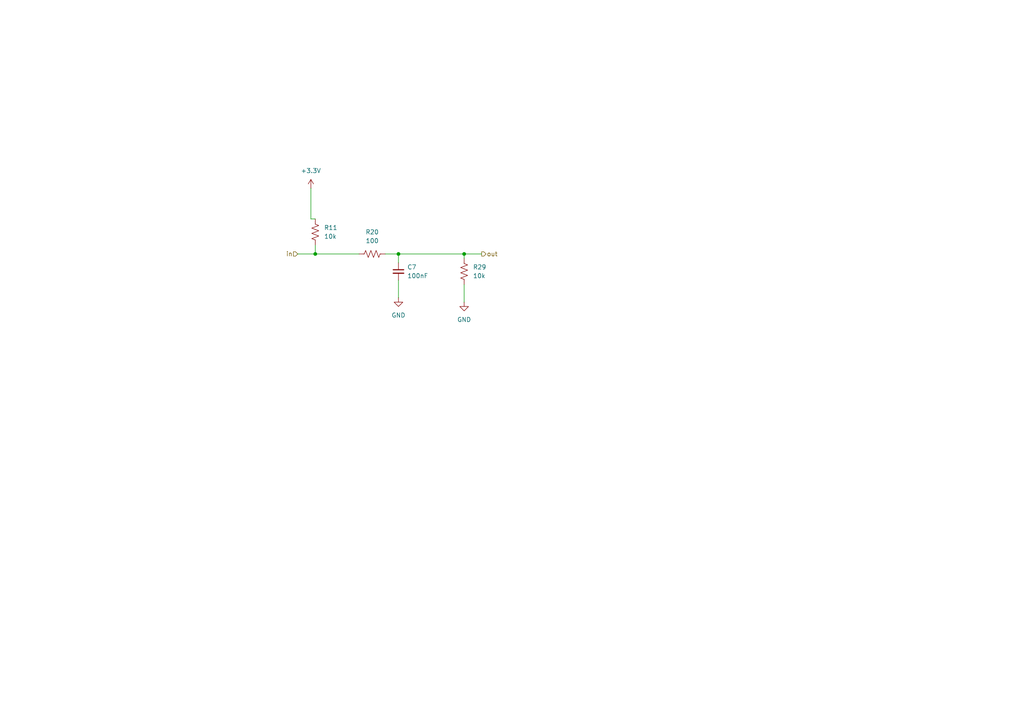
<source format=kicad_sch>
(kicad_sch
	(version 20250114)
	(generator "eeschema")
	(generator_version "9.0")
	(uuid "5e2be8a8-e529-4794-b912-4bdb10e01c3b")
	(paper "A4")
	(lib_symbols
		(symbol "Device:C_Small"
			(pin_numbers
				(hide yes)
			)
			(pin_names
				(offset 0.254)
				(hide yes)
			)
			(exclude_from_sim no)
			(in_bom yes)
			(on_board yes)
			(property "Reference" "C"
				(at 0.254 1.778 0)
				(effects
					(font
						(size 1.27 1.27)
					)
					(justify left)
				)
			)
			(property "Value" "C_Small"
				(at 0.254 -2.032 0)
				(effects
					(font
						(size 1.27 1.27)
					)
					(justify left)
				)
			)
			(property "Footprint" ""
				(at 0 0 0)
				(effects
					(font
						(size 1.27 1.27)
					)
					(hide yes)
				)
			)
			(property "Datasheet" "~"
				(at 0 0 0)
				(effects
					(font
						(size 1.27 1.27)
					)
					(hide yes)
				)
			)
			(property "Description" "Unpolarized capacitor, small symbol"
				(at 0 0 0)
				(effects
					(font
						(size 1.27 1.27)
					)
					(hide yes)
				)
			)
			(property "ki_keywords" "capacitor cap"
				(at 0 0 0)
				(effects
					(font
						(size 1.27 1.27)
					)
					(hide yes)
				)
			)
			(property "ki_fp_filters" "C_*"
				(at 0 0 0)
				(effects
					(font
						(size 1.27 1.27)
					)
					(hide yes)
				)
			)
			(symbol "C_Small_0_1"
				(polyline
					(pts
						(xy -1.524 0.508) (xy 1.524 0.508)
					)
					(stroke
						(width 0.3048)
						(type default)
					)
					(fill
						(type none)
					)
				)
				(polyline
					(pts
						(xy -1.524 -0.508) (xy 1.524 -0.508)
					)
					(stroke
						(width 0.3302)
						(type default)
					)
					(fill
						(type none)
					)
				)
			)
			(symbol "C_Small_1_1"
				(pin passive line
					(at 0 2.54 270)
					(length 2.032)
					(name "~"
						(effects
							(font
								(size 1.27 1.27)
							)
						)
					)
					(number "1"
						(effects
							(font
								(size 1.27 1.27)
							)
						)
					)
				)
				(pin passive line
					(at 0 -2.54 90)
					(length 2.032)
					(name "~"
						(effects
							(font
								(size 1.27 1.27)
							)
						)
					)
					(number "2"
						(effects
							(font
								(size 1.27 1.27)
							)
						)
					)
				)
			)
			(embedded_fonts no)
		)
		(symbol "Device:R_US"
			(pin_numbers
				(hide yes)
			)
			(pin_names
				(offset 0)
			)
			(exclude_from_sim no)
			(in_bom yes)
			(on_board yes)
			(property "Reference" "R"
				(at 2.54 0 90)
				(effects
					(font
						(size 1.27 1.27)
					)
				)
			)
			(property "Value" "R_US"
				(at -2.54 0 90)
				(effects
					(font
						(size 1.27 1.27)
					)
				)
			)
			(property "Footprint" ""
				(at 1.016 -0.254 90)
				(effects
					(font
						(size 1.27 1.27)
					)
					(hide yes)
				)
			)
			(property "Datasheet" "~"
				(at 0 0 0)
				(effects
					(font
						(size 1.27 1.27)
					)
					(hide yes)
				)
			)
			(property "Description" "Resistor, US symbol"
				(at 0 0 0)
				(effects
					(font
						(size 1.27 1.27)
					)
					(hide yes)
				)
			)
			(property "ki_keywords" "R res resistor"
				(at 0 0 0)
				(effects
					(font
						(size 1.27 1.27)
					)
					(hide yes)
				)
			)
			(property "ki_fp_filters" "R_*"
				(at 0 0 0)
				(effects
					(font
						(size 1.27 1.27)
					)
					(hide yes)
				)
			)
			(symbol "R_US_0_1"
				(polyline
					(pts
						(xy 0 2.286) (xy 0 2.54)
					)
					(stroke
						(width 0)
						(type default)
					)
					(fill
						(type none)
					)
				)
				(polyline
					(pts
						(xy 0 2.286) (xy 1.016 1.905) (xy 0 1.524) (xy -1.016 1.143) (xy 0 0.762)
					)
					(stroke
						(width 0)
						(type default)
					)
					(fill
						(type none)
					)
				)
				(polyline
					(pts
						(xy 0 0.762) (xy 1.016 0.381) (xy 0 0) (xy -1.016 -0.381) (xy 0 -0.762)
					)
					(stroke
						(width 0)
						(type default)
					)
					(fill
						(type none)
					)
				)
				(polyline
					(pts
						(xy 0 -0.762) (xy 1.016 -1.143) (xy 0 -1.524) (xy -1.016 -1.905) (xy 0 -2.286)
					)
					(stroke
						(width 0)
						(type default)
					)
					(fill
						(type none)
					)
				)
				(polyline
					(pts
						(xy 0 -2.286) (xy 0 -2.54)
					)
					(stroke
						(width 0)
						(type default)
					)
					(fill
						(type none)
					)
				)
			)
			(symbol "R_US_1_1"
				(pin passive line
					(at 0 3.81 270)
					(length 1.27)
					(name "~"
						(effects
							(font
								(size 1.27 1.27)
							)
						)
					)
					(number "1"
						(effects
							(font
								(size 1.27 1.27)
							)
						)
					)
				)
				(pin passive line
					(at 0 -3.81 90)
					(length 1.27)
					(name "~"
						(effects
							(font
								(size 1.27 1.27)
							)
						)
					)
					(number "2"
						(effects
							(font
								(size 1.27 1.27)
							)
						)
					)
				)
			)
			(embedded_fonts no)
		)
		(symbol "power:+3.3V"
			(power)
			(pin_numbers
				(hide yes)
			)
			(pin_names
				(offset 0)
				(hide yes)
			)
			(exclude_from_sim no)
			(in_bom yes)
			(on_board yes)
			(property "Reference" "#PWR"
				(at 0 -3.81 0)
				(effects
					(font
						(size 1.27 1.27)
					)
					(hide yes)
				)
			)
			(property "Value" "+3.3V"
				(at 0 3.556 0)
				(effects
					(font
						(size 1.27 1.27)
					)
				)
			)
			(property "Footprint" ""
				(at 0 0 0)
				(effects
					(font
						(size 1.27 1.27)
					)
					(hide yes)
				)
			)
			(property "Datasheet" ""
				(at 0 0 0)
				(effects
					(font
						(size 1.27 1.27)
					)
					(hide yes)
				)
			)
			(property "Description" "Power symbol creates a global label with name \"+3.3V\""
				(at 0 0 0)
				(effects
					(font
						(size 1.27 1.27)
					)
					(hide yes)
				)
			)
			(property "ki_keywords" "global power"
				(at 0 0 0)
				(effects
					(font
						(size 1.27 1.27)
					)
					(hide yes)
				)
			)
			(symbol "+3.3V_0_1"
				(polyline
					(pts
						(xy -0.762 1.27) (xy 0 2.54)
					)
					(stroke
						(width 0)
						(type default)
					)
					(fill
						(type none)
					)
				)
				(polyline
					(pts
						(xy 0 2.54) (xy 0.762 1.27)
					)
					(stroke
						(width 0)
						(type default)
					)
					(fill
						(type none)
					)
				)
				(polyline
					(pts
						(xy 0 0) (xy 0 2.54)
					)
					(stroke
						(width 0)
						(type default)
					)
					(fill
						(type none)
					)
				)
			)
			(symbol "+3.3V_1_1"
				(pin power_in line
					(at 0 0 90)
					(length 0)
					(name "~"
						(effects
							(font
								(size 1.27 1.27)
							)
						)
					)
					(number "1"
						(effects
							(font
								(size 1.27 1.27)
							)
						)
					)
				)
			)
			(embedded_fonts no)
		)
		(symbol "power:GND"
			(power)
			(pin_numbers
				(hide yes)
			)
			(pin_names
				(offset 0)
				(hide yes)
			)
			(exclude_from_sim no)
			(in_bom yes)
			(on_board yes)
			(property "Reference" "#PWR"
				(at 0 -6.35 0)
				(effects
					(font
						(size 1.27 1.27)
					)
					(hide yes)
				)
			)
			(property "Value" "GND"
				(at 0 -3.81 0)
				(effects
					(font
						(size 1.27 1.27)
					)
				)
			)
			(property "Footprint" ""
				(at 0 0 0)
				(effects
					(font
						(size 1.27 1.27)
					)
					(hide yes)
				)
			)
			(property "Datasheet" ""
				(at 0 0 0)
				(effects
					(font
						(size 1.27 1.27)
					)
					(hide yes)
				)
			)
			(property "Description" "Power symbol creates a global label with name \"GND\" , ground"
				(at 0 0 0)
				(effects
					(font
						(size 1.27 1.27)
					)
					(hide yes)
				)
			)
			(property "ki_keywords" "global power"
				(at 0 0 0)
				(effects
					(font
						(size 1.27 1.27)
					)
					(hide yes)
				)
			)
			(symbol "GND_0_1"
				(polyline
					(pts
						(xy 0 0) (xy 0 -1.27) (xy 1.27 -1.27) (xy 0 -2.54) (xy -1.27 -1.27) (xy 0 -1.27)
					)
					(stroke
						(width 0)
						(type default)
					)
					(fill
						(type none)
					)
				)
			)
			(symbol "GND_1_1"
				(pin power_in line
					(at 0 0 270)
					(length 0)
					(name "~"
						(effects
							(font
								(size 1.27 1.27)
							)
						)
					)
					(number "1"
						(effects
							(font
								(size 1.27 1.27)
							)
						)
					)
				)
			)
			(embedded_fonts no)
		)
	)
	(junction
		(at 91.44 73.66)
		(diameter 0)
		(color 0 0 0 0)
		(uuid "60186e94-b0f8-455a-a929-e331ae869573")
	)
	(junction
		(at 134.62 73.66)
		(diameter 0)
		(color 0 0 0 0)
		(uuid "9d5c54dc-896b-4a34-8caf-ad2a5bad9038")
	)
	(junction
		(at 115.57 73.66)
		(diameter 0)
		(color 0 0 0 0)
		(uuid "f6db8cfe-e996-4635-a0b9-a7bf7ccc93f8")
	)
	(wire
		(pts
			(xy 90.17 63.5) (xy 91.44 63.5)
		)
		(stroke
			(width 0)
			(type default)
		)
		(uuid "327a1765-8a32-4461-a3c6-125e116864f5")
	)
	(wire
		(pts
			(xy 134.62 82.55) (xy 134.62 87.63)
		)
		(stroke
			(width 0)
			(type default)
		)
		(uuid "3df6d581-8e65-425e-ab96-6dd54af23a20")
	)
	(wire
		(pts
			(xy 115.57 73.66) (xy 134.62 73.66)
		)
		(stroke
			(width 0)
			(type default)
		)
		(uuid "3dfce191-2402-4a61-bd34-0d8fbcf525e4")
	)
	(wire
		(pts
			(xy 90.17 54.61) (xy 90.17 63.5)
		)
		(stroke
			(width 0)
			(type default)
		)
		(uuid "4b00ebd8-bcbb-4680-b756-a2cb4c154d21")
	)
	(wire
		(pts
			(xy 115.57 73.66) (xy 111.76 73.66)
		)
		(stroke
			(width 0)
			(type default)
		)
		(uuid "54b3d5ab-5108-4b41-a7e2-b4951c5e5b0a")
	)
	(wire
		(pts
			(xy 134.62 73.66) (xy 139.7 73.66)
		)
		(stroke
			(width 0)
			(type default)
		)
		(uuid "7b3f237d-c824-437a-936a-4c04573f4898")
	)
	(wire
		(pts
			(xy 115.57 76.2) (xy 115.57 73.66)
		)
		(stroke
			(width 0)
			(type default)
		)
		(uuid "8002b9cf-c347-4d82-a1b4-b53600a4d974")
	)
	(wire
		(pts
			(xy 134.62 73.66) (xy 134.62 74.93)
		)
		(stroke
			(width 0)
			(type default)
		)
		(uuid "93d0cdb5-0929-4d00-b170-121e370a4995")
	)
	(wire
		(pts
			(xy 91.44 71.12) (xy 91.44 73.66)
		)
		(stroke
			(width 0)
			(type default)
		)
		(uuid "afe85043-0379-4f4c-91f5-645037bf0b3c")
	)
	(wire
		(pts
			(xy 86.36 73.66) (xy 91.44 73.66)
		)
		(stroke
			(width 0)
			(type default)
		)
		(uuid "b1e4d05e-9d5a-40f5-94b4-ed7842403f74")
	)
	(wire
		(pts
			(xy 91.44 73.66) (xy 104.14 73.66)
		)
		(stroke
			(width 0)
			(type default)
		)
		(uuid "dfd34d80-0119-4d9c-8706-ce4b47477a05")
	)
	(wire
		(pts
			(xy 115.57 81.28) (xy 115.57 86.36)
		)
		(stroke
			(width 0)
			(type default)
		)
		(uuid "eafa4407-1f11-49ed-80dd-26723f79e9bf")
	)
	(hierarchical_label "in"
		(shape input)
		(at 86.36 73.66 180)
		(effects
			(font
				(size 1.27 1.27)
			)
			(justify right)
		)
		(uuid "1ccc5a49-79fa-4ae8-afeb-2514042da52c")
	)
	(hierarchical_label "out"
		(shape output)
		(at 139.7 73.66 0)
		(effects
			(font
				(size 1.27 1.27)
			)
			(justify left)
		)
		(uuid "48755acd-355b-493d-989f-f5c07d9e0a89")
	)
	(symbol
		(lib_id "power:+3.3V")
		(at 90.17 54.61 0)
		(unit 1)
		(exclude_from_sim no)
		(in_bom yes)
		(on_board yes)
		(dnp no)
		(fields_autoplaced yes)
		(uuid "04ab9127-ff73-4699-9476-146854a4ec13")
		(property "Reference" "#PWR020"
			(at 90.17 58.42 0)
			(effects
				(font
					(size 1.27 1.27)
				)
				(hide yes)
			)
		)
		(property "Value" "+3.3V"
			(at 90.17 49.53 0)
			(effects
				(font
					(size 1.27 1.27)
				)
			)
		)
		(property "Footprint" ""
			(at 90.17 54.61 0)
			(effects
				(font
					(size 1.27 1.27)
				)
				(hide yes)
			)
		)
		(property "Datasheet" ""
			(at 90.17 54.61 0)
			(effects
				(font
					(size 1.27 1.27)
				)
				(hide yes)
			)
		)
		(property "Description" "Power symbol creates a global label with name \"+3.3V\""
			(at 90.17 54.61 0)
			(effects
				(font
					(size 1.27 1.27)
				)
				(hide yes)
			)
		)
		(pin "1"
			(uuid "070b47dd-febb-456b-848d-1e6c5d12151c")
		)
		(instances
			(project ""
				(path "/da1145e1-2c07-4dac-8610-a797132a4086/8b49da45-845a-4e7e-a7fe-429c55383e8c/192b6e6b-c257-47fe-88cc-69f949e65f26"
					(reference "#PWR026")
					(unit 1)
				)
				(path "/da1145e1-2c07-4dac-8610-a797132a4086/8b49da45-845a-4e7e-a7fe-429c55383e8c/320fa587-ed47-4e6b-b882-f5ae5c58fd63"
					(reference "#PWR020")
					(unit 1)
				)
				(path "/da1145e1-2c07-4dac-8610-a797132a4086/8b49da45-845a-4e7e-a7fe-429c55383e8c/74f1a635-6235-4f03-aa1b-17aa9f0571f3"
					(reference "#PWR027")
					(unit 1)
				)
				(path "/da1145e1-2c07-4dac-8610-a797132a4086/8b49da45-845a-4e7e-a7fe-429c55383e8c/9c00ea3c-754f-409d-a292-390966fc3a6a"
					(reference "#PWR022")
					(unit 1)
				)
				(path "/da1145e1-2c07-4dac-8610-a797132a4086/8b49da45-845a-4e7e-a7fe-429c55383e8c/a202ef18-82b7-412e-89bd-bc72f47c73c9"
					(reference "#PWR024")
					(unit 1)
				)
				(path "/da1145e1-2c07-4dac-8610-a797132a4086/8b49da45-845a-4e7e-a7fe-429c55383e8c/bcbf2d6a-12b5-4f30-b9e3-2300348c7203"
					(reference "#PWR023")
					(unit 1)
				)
				(path "/da1145e1-2c07-4dac-8610-a797132a4086/8b49da45-845a-4e7e-a7fe-429c55383e8c/e230e262-c06a-49dd-a1f1-f7fb36bb9b6a"
					(reference "#PWR021")
					(unit 1)
				)
				(path "/da1145e1-2c07-4dac-8610-a797132a4086/8b49da45-845a-4e7e-a7fe-429c55383e8c/f8f9fee4-7705-4046-9dd3-e6fc109c2ca6"
					(reference "#PWR025")
					(unit 1)
				)
			)
		)
	)
	(symbol
		(lib_id "Device:C_Small")
		(at 115.57 78.74 0)
		(unit 1)
		(exclude_from_sim no)
		(in_bom yes)
		(on_board yes)
		(dnp no)
		(fields_autoplaced yes)
		(uuid "288a1929-063f-404f-b2c3-f3c6a89f249d")
		(property "Reference" "C1"
			(at 118.11 77.4762 0)
			(effects
				(font
					(size 1.27 1.27)
				)
				(justify left)
			)
		)
		(property "Value" "100nF"
			(at 118.11 80.0162 0)
			(effects
				(font
					(size 1.27 1.27)
				)
				(justify left)
			)
		)
		(property "Footprint" "Capacitor_SMD:C_0201_0603Metric"
			(at 115.57 78.74 0)
			(effects
				(font
					(size 1.27 1.27)
				)
				(hide yes)
			)
		)
		(property "Datasheet" "~"
			(at 115.57 78.74 0)
			(effects
				(font
					(size 1.27 1.27)
				)
				(hide yes)
			)
		)
		(property "Description" "Unpolarized capacitor, small symbol"
			(at 115.57 78.74 0)
			(effects
				(font
					(size 1.27 1.27)
				)
				(hide yes)
			)
		)
		(pin "2"
			(uuid "1dee8f2a-e5fc-4f88-aa32-b9131bd27660")
		)
		(pin "1"
			(uuid "f768023b-3ff8-46ba-9f51-d372c45f255a")
		)
		(instances
			(project ""
				(path "/da1145e1-2c07-4dac-8610-a797132a4086/8b49da45-845a-4e7e-a7fe-429c55383e8c/192b6e6b-c257-47fe-88cc-69f949e65f26"
					(reference "C7")
					(unit 1)
				)
				(path "/da1145e1-2c07-4dac-8610-a797132a4086/8b49da45-845a-4e7e-a7fe-429c55383e8c/320fa587-ed47-4e6b-b882-f5ae5c58fd63"
					(reference "C1")
					(unit 1)
				)
				(path "/da1145e1-2c07-4dac-8610-a797132a4086/8b49da45-845a-4e7e-a7fe-429c55383e8c/74f1a635-6235-4f03-aa1b-17aa9f0571f3"
					(reference "C8")
					(unit 1)
				)
				(path "/da1145e1-2c07-4dac-8610-a797132a4086/8b49da45-845a-4e7e-a7fe-429c55383e8c/9c00ea3c-754f-409d-a292-390966fc3a6a"
					(reference "C3")
					(unit 1)
				)
				(path "/da1145e1-2c07-4dac-8610-a797132a4086/8b49da45-845a-4e7e-a7fe-429c55383e8c/a202ef18-82b7-412e-89bd-bc72f47c73c9"
					(reference "C5")
					(unit 1)
				)
				(path "/da1145e1-2c07-4dac-8610-a797132a4086/8b49da45-845a-4e7e-a7fe-429c55383e8c/bcbf2d6a-12b5-4f30-b9e3-2300348c7203"
					(reference "C4")
					(unit 1)
				)
				(path "/da1145e1-2c07-4dac-8610-a797132a4086/8b49da45-845a-4e7e-a7fe-429c55383e8c/e230e262-c06a-49dd-a1f1-f7fb36bb9b6a"
					(reference "C2")
					(unit 1)
				)
				(path "/da1145e1-2c07-4dac-8610-a797132a4086/8b49da45-845a-4e7e-a7fe-429c55383e8c/f8f9fee4-7705-4046-9dd3-e6fc109c2ca6"
					(reference "C6")
					(unit 1)
				)
			)
		)
	)
	(symbol
		(lib_id "power:GND")
		(at 115.57 86.36 0)
		(unit 1)
		(exclude_from_sim no)
		(in_bom yes)
		(on_board yes)
		(dnp no)
		(fields_autoplaced yes)
		(uuid "2af3d94a-5e46-4b84-a333-acf66946bbb3")
		(property "Reference" "#PWR011"
			(at 115.57 92.71 0)
			(effects
				(font
					(size 1.27 1.27)
				)
				(hide yes)
			)
		)
		(property "Value" "GND"
			(at 115.57 91.44 0)
			(effects
				(font
					(size 1.27 1.27)
				)
			)
		)
		(property "Footprint" ""
			(at 115.57 86.36 0)
			(effects
				(font
					(size 1.27 1.27)
				)
				(hide yes)
			)
		)
		(property "Datasheet" ""
			(at 115.57 86.36 0)
			(effects
				(font
					(size 1.27 1.27)
				)
				(hide yes)
			)
		)
		(property "Description" "Power symbol creates a global label with name \"GND\" , ground"
			(at 115.57 86.36 0)
			(effects
				(font
					(size 1.27 1.27)
				)
				(hide yes)
			)
		)
		(pin "1"
			(uuid "4f73e6cc-4b5b-4f9a-9067-7f6bc952a90c")
		)
		(instances
			(project ""
				(path "/da1145e1-2c07-4dac-8610-a797132a4086/8b49da45-845a-4e7e-a7fe-429c55383e8c/192b6e6b-c257-47fe-88cc-69f949e65f26"
					(reference "#PWR017")
					(unit 1)
				)
				(path "/da1145e1-2c07-4dac-8610-a797132a4086/8b49da45-845a-4e7e-a7fe-429c55383e8c/320fa587-ed47-4e6b-b882-f5ae5c58fd63"
					(reference "#PWR011")
					(unit 1)
				)
				(path "/da1145e1-2c07-4dac-8610-a797132a4086/8b49da45-845a-4e7e-a7fe-429c55383e8c/74f1a635-6235-4f03-aa1b-17aa9f0571f3"
					(reference "#PWR018")
					(unit 1)
				)
				(path "/da1145e1-2c07-4dac-8610-a797132a4086/8b49da45-845a-4e7e-a7fe-429c55383e8c/9c00ea3c-754f-409d-a292-390966fc3a6a"
					(reference "#PWR013")
					(unit 1)
				)
				(path "/da1145e1-2c07-4dac-8610-a797132a4086/8b49da45-845a-4e7e-a7fe-429c55383e8c/a202ef18-82b7-412e-89bd-bc72f47c73c9"
					(reference "#PWR015")
					(unit 1)
				)
				(path "/da1145e1-2c07-4dac-8610-a797132a4086/8b49da45-845a-4e7e-a7fe-429c55383e8c/bcbf2d6a-12b5-4f30-b9e3-2300348c7203"
					(reference "#PWR014")
					(unit 1)
				)
				(path "/da1145e1-2c07-4dac-8610-a797132a4086/8b49da45-845a-4e7e-a7fe-429c55383e8c/e230e262-c06a-49dd-a1f1-f7fb36bb9b6a"
					(reference "#PWR012")
					(unit 1)
				)
				(path "/da1145e1-2c07-4dac-8610-a797132a4086/8b49da45-845a-4e7e-a7fe-429c55383e8c/f8f9fee4-7705-4046-9dd3-e6fc109c2ca6"
					(reference "#PWR016")
					(unit 1)
				)
			)
		)
	)
	(symbol
		(lib_id "Device:R_US")
		(at 107.95 73.66 90)
		(unit 1)
		(exclude_from_sim no)
		(in_bom yes)
		(on_board yes)
		(dnp no)
		(fields_autoplaced yes)
		(uuid "96dc6bb0-93fe-4b32-be11-7554c5e6b96a")
		(property "Reference" "R14"
			(at 107.95 67.31 90)
			(effects
				(font
					(size 1.27 1.27)
				)
			)
		)
		(property "Value" "100"
			(at 107.95 69.85 90)
			(effects
				(font
					(size 1.27 1.27)
				)
			)
		)
		(property "Footprint" "Resistor_SMD:R_0603_1608Metric"
			(at 108.204 72.644 90)
			(effects
				(font
					(size 1.27 1.27)
				)
				(hide yes)
			)
		)
		(property "Datasheet" "~"
			(at 107.95 73.66 0)
			(effects
				(font
					(size 1.27 1.27)
				)
				(hide yes)
			)
		)
		(property "Description" "Resistor, US symbol"
			(at 107.95 73.66 0)
			(effects
				(font
					(size 1.27 1.27)
				)
				(hide yes)
			)
		)
		(pin "1"
			(uuid "e3c14697-1e3a-4e1e-a354-5ac65dda3210")
		)
		(pin "2"
			(uuid "8ba3d06f-b4d3-46d7-8803-bd6fb8d6a9ec")
		)
		(instances
			(project "micro_portonautomatico"
				(path "/da1145e1-2c07-4dac-8610-a797132a4086/8b49da45-845a-4e7e-a7fe-429c55383e8c/192b6e6b-c257-47fe-88cc-69f949e65f26"
					(reference "R20")
					(unit 1)
				)
				(path "/da1145e1-2c07-4dac-8610-a797132a4086/8b49da45-845a-4e7e-a7fe-429c55383e8c/320fa587-ed47-4e6b-b882-f5ae5c58fd63"
					(reference "R14")
					(unit 1)
				)
				(path "/da1145e1-2c07-4dac-8610-a797132a4086/8b49da45-845a-4e7e-a7fe-429c55383e8c/74f1a635-6235-4f03-aa1b-17aa9f0571f3"
					(reference "R21")
					(unit 1)
				)
				(path "/da1145e1-2c07-4dac-8610-a797132a4086/8b49da45-845a-4e7e-a7fe-429c55383e8c/9c00ea3c-754f-409d-a292-390966fc3a6a"
					(reference "R16")
					(unit 1)
				)
				(path "/da1145e1-2c07-4dac-8610-a797132a4086/8b49da45-845a-4e7e-a7fe-429c55383e8c/a202ef18-82b7-412e-89bd-bc72f47c73c9"
					(reference "R18")
					(unit 1)
				)
				(path "/da1145e1-2c07-4dac-8610-a797132a4086/8b49da45-845a-4e7e-a7fe-429c55383e8c/bcbf2d6a-12b5-4f30-b9e3-2300348c7203"
					(reference "R17")
					(unit 1)
				)
				(path "/da1145e1-2c07-4dac-8610-a797132a4086/8b49da45-845a-4e7e-a7fe-429c55383e8c/e230e262-c06a-49dd-a1f1-f7fb36bb9b6a"
					(reference "R15")
					(unit 1)
				)
				(path "/da1145e1-2c07-4dac-8610-a797132a4086/8b49da45-845a-4e7e-a7fe-429c55383e8c/f8f9fee4-7705-4046-9dd3-e6fc109c2ca6"
					(reference "R19")
					(unit 1)
				)
			)
		)
	)
	(symbol
		(lib_id "Device:R_US")
		(at 134.62 78.74 0)
		(unit 1)
		(exclude_from_sim no)
		(in_bom yes)
		(on_board yes)
		(dnp no)
		(fields_autoplaced yes)
		(uuid "9f4eb107-a69d-4d7e-8cfa-1254b3dc5982")
		(property "Reference" "R23"
			(at 137.16 77.4699 0)
			(effects
				(font
					(size 1.27 1.27)
				)
				(justify left)
			)
		)
		(property "Value" "10k"
			(at 137.16 80.0099 0)
			(effects
				(font
					(size 1.27 1.27)
				)
				(justify left)
			)
		)
		(property "Footprint" "Resistor_SMD:R_0201_0603Metric"
			(at 135.636 78.994 90)
			(effects
				(font
					(size 1.27 1.27)
				)
				(hide yes)
			)
		)
		(property "Datasheet" "~"
			(at 134.62 78.74 0)
			(effects
				(font
					(size 1.27 1.27)
				)
				(hide yes)
			)
		)
		(property "Description" "Resistor, US symbol"
			(at 134.62 78.74 0)
			(effects
				(font
					(size 1.27 1.27)
				)
				(hide yes)
			)
		)
		(pin "1"
			(uuid "3b1aed5a-a86a-48f5-82d0-1abf8290a2fa")
		)
		(pin "2"
			(uuid "398d28a0-bbd9-4ec0-9fe3-58b84dae26aa")
		)
		(instances
			(project "micro_portonautomatico"
				(path "/da1145e1-2c07-4dac-8610-a797132a4086/8b49da45-845a-4e7e-a7fe-429c55383e8c/192b6e6b-c257-47fe-88cc-69f949e65f26"
					(reference "R29")
					(unit 1)
				)
				(path "/da1145e1-2c07-4dac-8610-a797132a4086/8b49da45-845a-4e7e-a7fe-429c55383e8c/320fa587-ed47-4e6b-b882-f5ae5c58fd63"
					(reference "R23")
					(unit 1)
				)
				(path "/da1145e1-2c07-4dac-8610-a797132a4086/8b49da45-845a-4e7e-a7fe-429c55383e8c/74f1a635-6235-4f03-aa1b-17aa9f0571f3"
					(reference "R30")
					(unit 1)
				)
				(path "/da1145e1-2c07-4dac-8610-a797132a4086/8b49da45-845a-4e7e-a7fe-429c55383e8c/9c00ea3c-754f-409d-a292-390966fc3a6a"
					(reference "R25")
					(unit 1)
				)
				(path "/da1145e1-2c07-4dac-8610-a797132a4086/8b49da45-845a-4e7e-a7fe-429c55383e8c/a202ef18-82b7-412e-89bd-bc72f47c73c9"
					(reference "R27")
					(unit 1)
				)
				(path "/da1145e1-2c07-4dac-8610-a797132a4086/8b49da45-845a-4e7e-a7fe-429c55383e8c/bcbf2d6a-12b5-4f30-b9e3-2300348c7203"
					(reference "R26")
					(unit 1)
				)
				(path "/da1145e1-2c07-4dac-8610-a797132a4086/8b49da45-845a-4e7e-a7fe-429c55383e8c/e230e262-c06a-49dd-a1f1-f7fb36bb9b6a"
					(reference "R24")
					(unit 1)
				)
				(path "/da1145e1-2c07-4dac-8610-a797132a4086/8b49da45-845a-4e7e-a7fe-429c55383e8c/f8f9fee4-7705-4046-9dd3-e6fc109c2ca6"
					(reference "R28")
					(unit 1)
				)
			)
		)
	)
	(symbol
		(lib_id "Device:R_US")
		(at 91.44 67.31 0)
		(unit 1)
		(exclude_from_sim no)
		(in_bom yes)
		(on_board yes)
		(dnp no)
		(fields_autoplaced yes)
		(uuid "a8ca9f85-8bf6-4c7a-983e-d192bc23afa3")
		(property "Reference" "R5"
			(at 93.98 66.0399 0)
			(effects
				(font
					(size 1.27 1.27)
				)
				(justify left)
			)
		)
		(property "Value" "10k"
			(at 93.98 68.5799 0)
			(effects
				(font
					(size 1.27 1.27)
				)
				(justify left)
			)
		)
		(property "Footprint" "Resistor_SMD:R_0201_0603Metric"
			(at 92.456 67.564 90)
			(effects
				(font
					(size 1.27 1.27)
				)
				(hide yes)
			)
		)
		(property "Datasheet" "~"
			(at 91.44 67.31 0)
			(effects
				(font
					(size 1.27 1.27)
				)
				(hide yes)
			)
		)
		(property "Description" "Resistor, US symbol"
			(at 91.44 67.31 0)
			(effects
				(font
					(size 1.27 1.27)
				)
				(hide yes)
			)
		)
		(pin "1"
			(uuid "ff5967b0-db60-4d4f-bcae-ee59cb0215fb")
		)
		(pin "2"
			(uuid "8e0ca1cc-9b64-495f-a07d-333d28f741e6")
		)
		(instances
			(project ""
				(path "/da1145e1-2c07-4dac-8610-a797132a4086/8b49da45-845a-4e7e-a7fe-429c55383e8c/192b6e6b-c257-47fe-88cc-69f949e65f26"
					(reference "R11")
					(unit 1)
				)
				(path "/da1145e1-2c07-4dac-8610-a797132a4086/8b49da45-845a-4e7e-a7fe-429c55383e8c/320fa587-ed47-4e6b-b882-f5ae5c58fd63"
					(reference "R5")
					(unit 1)
				)
				(path "/da1145e1-2c07-4dac-8610-a797132a4086/8b49da45-845a-4e7e-a7fe-429c55383e8c/74f1a635-6235-4f03-aa1b-17aa9f0571f3"
					(reference "R12")
					(unit 1)
				)
				(path "/da1145e1-2c07-4dac-8610-a797132a4086/8b49da45-845a-4e7e-a7fe-429c55383e8c/9c00ea3c-754f-409d-a292-390966fc3a6a"
					(reference "R7")
					(unit 1)
				)
				(path "/da1145e1-2c07-4dac-8610-a797132a4086/8b49da45-845a-4e7e-a7fe-429c55383e8c/a202ef18-82b7-412e-89bd-bc72f47c73c9"
					(reference "R9")
					(unit 1)
				)
				(path "/da1145e1-2c07-4dac-8610-a797132a4086/8b49da45-845a-4e7e-a7fe-429c55383e8c/bcbf2d6a-12b5-4f30-b9e3-2300348c7203"
					(reference "R8")
					(unit 1)
				)
				(path "/da1145e1-2c07-4dac-8610-a797132a4086/8b49da45-845a-4e7e-a7fe-429c55383e8c/e230e262-c06a-49dd-a1f1-f7fb36bb9b6a"
					(reference "R6")
					(unit 1)
				)
				(path "/da1145e1-2c07-4dac-8610-a797132a4086/8b49da45-845a-4e7e-a7fe-429c55383e8c/f8f9fee4-7705-4046-9dd3-e6fc109c2ca6"
					(reference "R10")
					(unit 1)
				)
			)
		)
	)
	(symbol
		(lib_id "power:GND")
		(at 134.62 87.63 0)
		(unit 1)
		(exclude_from_sim no)
		(in_bom yes)
		(on_board yes)
		(dnp no)
		(fields_autoplaced yes)
		(uuid "b7208e5f-6752-4653-8f6c-4f5cb6d75f91")
		(property "Reference" "#PWR029"
			(at 134.62 93.98 0)
			(effects
				(font
					(size 1.27 1.27)
				)
				(hide yes)
			)
		)
		(property "Value" "GND"
			(at 134.62 92.71 0)
			(effects
				(font
					(size 1.27 1.27)
				)
			)
		)
		(property "Footprint" ""
			(at 134.62 87.63 0)
			(effects
				(font
					(size 1.27 1.27)
				)
				(hide yes)
			)
		)
		(property "Datasheet" ""
			(at 134.62 87.63 0)
			(effects
				(font
					(size 1.27 1.27)
				)
				(hide yes)
			)
		)
		(property "Description" "Power symbol creates a global label with name \"GND\" , ground"
			(at 134.62 87.63 0)
			(effects
				(font
					(size 1.27 1.27)
				)
				(hide yes)
			)
		)
		(pin "1"
			(uuid "95356cdc-c3e2-4bb7-b73e-70946f6e9ff6")
		)
		(instances
			(project "micro_portonautomatico"
				(path "/da1145e1-2c07-4dac-8610-a797132a4086/8b49da45-845a-4e7e-a7fe-429c55383e8c/192b6e6b-c257-47fe-88cc-69f949e65f26"
					(reference "#PWR035")
					(unit 1)
				)
				(path "/da1145e1-2c07-4dac-8610-a797132a4086/8b49da45-845a-4e7e-a7fe-429c55383e8c/320fa587-ed47-4e6b-b882-f5ae5c58fd63"
					(reference "#PWR029")
					(unit 1)
				)
				(path "/da1145e1-2c07-4dac-8610-a797132a4086/8b49da45-845a-4e7e-a7fe-429c55383e8c/74f1a635-6235-4f03-aa1b-17aa9f0571f3"
					(reference "#PWR036")
					(unit 1)
				)
				(path "/da1145e1-2c07-4dac-8610-a797132a4086/8b49da45-845a-4e7e-a7fe-429c55383e8c/9c00ea3c-754f-409d-a292-390966fc3a6a"
					(reference "#PWR031")
					(unit 1)
				)
				(path "/da1145e1-2c07-4dac-8610-a797132a4086/8b49da45-845a-4e7e-a7fe-429c55383e8c/a202ef18-82b7-412e-89bd-bc72f47c73c9"
					(reference "#PWR033")
					(unit 1)
				)
				(path "/da1145e1-2c07-4dac-8610-a797132a4086/8b49da45-845a-4e7e-a7fe-429c55383e8c/bcbf2d6a-12b5-4f30-b9e3-2300348c7203"
					(reference "#PWR032")
					(unit 1)
				)
				(path "/da1145e1-2c07-4dac-8610-a797132a4086/8b49da45-845a-4e7e-a7fe-429c55383e8c/e230e262-c06a-49dd-a1f1-f7fb36bb9b6a"
					(reference "#PWR030")
					(unit 1)
				)
				(path "/da1145e1-2c07-4dac-8610-a797132a4086/8b49da45-845a-4e7e-a7fe-429c55383e8c/f8f9fee4-7705-4046-9dd3-e6fc109c2ca6"
					(reference "#PWR034")
					(unit 1)
				)
			)
		)
	)
)

</source>
